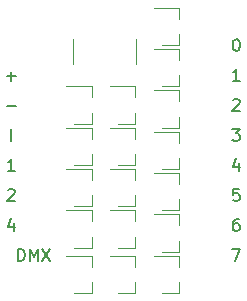
<source format=gto>
%TF.GenerationSoftware,KiCad,Pcbnew,(5.1.9)-1*%
%TF.CreationDate,2022-08-29T18:21:33+02:00*%
%TF.ProjectId,mux,6d75782e-6b69-4636-9164-5f7063625858,rev?*%
%TF.SameCoordinates,Original*%
%TF.FileFunction,Legend,Top*%
%TF.FilePolarity,Positive*%
%FSLAX46Y46*%
G04 Gerber Fmt 4.6, Leading zero omitted, Abs format (unit mm)*
G04 Created by KiCad (PCBNEW (5.1.9)-1) date 2022-08-29 18:21:33*
%MOMM*%
%LPD*%
G01*
G04 APERTURE LIST*
%ADD10C,0.150000*%
%ADD11C,0.120000*%
%ADD12O,1.700000X1.700000*%
%ADD13R,1.700000X1.700000*%
%ADD14R,0.900000X0.800000*%
%ADD15R,0.900000X0.900000*%
G04 APERTURE END LIST*
D10*
X153795476Y-58652380D02*
X153605000Y-58652380D01*
X153509761Y-58700000D01*
X153462142Y-58747619D01*
X153366904Y-58890476D01*
X153319285Y-59080952D01*
X153319285Y-59461904D01*
X153366904Y-59557142D01*
X153414523Y-59604761D01*
X153509761Y-59652380D01*
X153700238Y-59652380D01*
X153795476Y-59604761D01*
X153843095Y-59557142D01*
X153890714Y-59461904D01*
X153890714Y-59223809D01*
X153843095Y-59128571D01*
X153795476Y-59080952D01*
X153700238Y-59033333D01*
X153509761Y-59033333D01*
X153414523Y-59080952D01*
X153366904Y-59128571D01*
X153319285Y-59223809D01*
X153843095Y-56112380D02*
X153366904Y-56112380D01*
X153319285Y-56588571D01*
X153366904Y-56540952D01*
X153462142Y-56493333D01*
X153700238Y-56493333D01*
X153795476Y-56540952D01*
X153843095Y-56588571D01*
X153890714Y-56683809D01*
X153890714Y-56921904D01*
X153843095Y-57017142D01*
X153795476Y-57064761D01*
X153700238Y-57112380D01*
X153462142Y-57112380D01*
X153366904Y-57064761D01*
X153319285Y-57017142D01*
X153795476Y-53905714D02*
X153795476Y-54572380D01*
X153557380Y-53524761D02*
X153319285Y-54239047D01*
X153938333Y-54239047D01*
X153271666Y-51032380D02*
X153890714Y-51032380D01*
X153557380Y-51413333D01*
X153700238Y-51413333D01*
X153795476Y-51460952D01*
X153843095Y-51508571D01*
X153890714Y-51603809D01*
X153890714Y-51841904D01*
X153843095Y-51937142D01*
X153795476Y-51984761D01*
X153700238Y-52032380D01*
X153414523Y-52032380D01*
X153319285Y-51984761D01*
X153271666Y-51937142D01*
X153319285Y-48587619D02*
X153366904Y-48540000D01*
X153462142Y-48492380D01*
X153700238Y-48492380D01*
X153795476Y-48540000D01*
X153843095Y-48587619D01*
X153890714Y-48682857D01*
X153890714Y-48778095D01*
X153843095Y-48920952D01*
X153271666Y-49492380D01*
X153890714Y-49492380D01*
X153890714Y-46952380D02*
X153319285Y-46952380D01*
X153605000Y-46952380D02*
X153605000Y-45952380D01*
X153509761Y-46095238D01*
X153414523Y-46190476D01*
X153319285Y-46238095D01*
X153557380Y-43412380D02*
X153652619Y-43412380D01*
X153747857Y-43460000D01*
X153795476Y-43507619D01*
X153843095Y-43602857D01*
X153890714Y-43793333D01*
X153890714Y-44031428D01*
X153843095Y-44221904D01*
X153795476Y-44317142D01*
X153747857Y-44364761D01*
X153652619Y-44412380D01*
X153557380Y-44412380D01*
X153462142Y-44364761D01*
X153414523Y-44317142D01*
X153366904Y-44221904D01*
X153319285Y-44031428D01*
X153319285Y-43793333D01*
X153366904Y-43602857D01*
X153414523Y-43507619D01*
X153462142Y-43460000D01*
X153557380Y-43412380D01*
X153271666Y-61192380D02*
X153938333Y-61192380D01*
X153509761Y-62192380D01*
X134174047Y-49111428D02*
X134935952Y-49111428D01*
X134174047Y-46571428D02*
X134935952Y-46571428D01*
X134555000Y-46952380D02*
X134555000Y-46190476D01*
X134555000Y-52032380D02*
X134555000Y-51032380D01*
X134840714Y-54572380D02*
X134269285Y-54572380D01*
X134555000Y-54572380D02*
X134555000Y-53572380D01*
X134459761Y-53715238D01*
X134364523Y-53810476D01*
X134269285Y-53858095D01*
X134269285Y-56207619D02*
X134316904Y-56160000D01*
X134412142Y-56112380D01*
X134650238Y-56112380D01*
X134745476Y-56160000D01*
X134793095Y-56207619D01*
X134840714Y-56302857D01*
X134840714Y-56398095D01*
X134793095Y-56540952D01*
X134221666Y-57112380D01*
X134840714Y-57112380D01*
X134745476Y-58985714D02*
X134745476Y-59652380D01*
X134507380Y-58604761D02*
X134269285Y-59319047D01*
X134888333Y-59319047D01*
X135150476Y-62192380D02*
X135150476Y-61192380D01*
X135388571Y-61192380D01*
X135531428Y-61240000D01*
X135626666Y-61335238D01*
X135674285Y-61430476D01*
X135721904Y-61620952D01*
X135721904Y-61763809D01*
X135674285Y-61954285D01*
X135626666Y-62049523D01*
X135531428Y-62144761D01*
X135388571Y-62192380D01*
X135150476Y-62192380D01*
X136150476Y-62192380D02*
X136150476Y-61192380D01*
X136483809Y-61906666D01*
X136817142Y-61192380D01*
X136817142Y-62192380D01*
X137198095Y-61192380D02*
X137864761Y-62192380D01*
X137864761Y-61192380D02*
X137198095Y-62192380D01*
D11*
%TO.C,Q11*%
X141360000Y-64930000D02*
X141360000Y-64000000D01*
X141360000Y-61770000D02*
X141360000Y-62700000D01*
X141360000Y-61770000D02*
X139200000Y-61770000D01*
X141360000Y-64930000D02*
X139900000Y-64930000D01*
%TO.C,Q10*%
X141360000Y-57580000D02*
X141360000Y-56650000D01*
X141360000Y-54420000D02*
X141360000Y-55350000D01*
X141360000Y-54420000D02*
X139200000Y-54420000D01*
X141360000Y-57580000D02*
X139900000Y-57580000D01*
%TO.C,Q9*%
X141360000Y-50580000D02*
X141360000Y-49650000D01*
X141360000Y-47420000D02*
X141360000Y-48350000D01*
X141360000Y-47420000D02*
X139200000Y-47420000D01*
X141360000Y-50580000D02*
X139900000Y-50580000D01*
%TO.C,Q17*%
X141360000Y-61080000D02*
X141360000Y-60150000D01*
X141360000Y-57920000D02*
X141360000Y-58850000D01*
X141360000Y-57920000D02*
X139200000Y-57920000D01*
X141360000Y-61080000D02*
X139900000Y-61080000D01*
%TO.C,Q16*%
X141360000Y-54080000D02*
X141360000Y-53150000D01*
X141360000Y-50920000D02*
X141360000Y-51850000D01*
X141360000Y-50920000D02*
X139200000Y-50920000D01*
X141360000Y-54080000D02*
X139900000Y-54080000D01*
%TO.C,Q15*%
X145060000Y-61080000D02*
X145060000Y-60150000D01*
X145060000Y-57920000D02*
X145060000Y-58850000D01*
X145060000Y-57920000D02*
X142900000Y-57920000D01*
X145060000Y-61080000D02*
X143600000Y-61080000D01*
%TO.C,Q14*%
X145060000Y-57580000D02*
X145060000Y-56650000D01*
X145060000Y-54420000D02*
X145060000Y-55350000D01*
X145060000Y-54420000D02*
X142900000Y-54420000D01*
X145060000Y-57580000D02*
X143600000Y-57580000D01*
%TO.C,Q13*%
X145060000Y-54080000D02*
X145060000Y-53150000D01*
X145060000Y-50920000D02*
X145060000Y-51850000D01*
X145060000Y-50920000D02*
X142900000Y-50920000D01*
X145060000Y-54080000D02*
X143600000Y-54080000D01*
%TO.C,Q12*%
X145060000Y-50580000D02*
X145060000Y-49650000D01*
X145060000Y-47420000D02*
X145060000Y-48350000D01*
X145060000Y-47420000D02*
X142900000Y-47420000D01*
X145060000Y-50580000D02*
X143600000Y-50580000D01*
%TO.C,Q8*%
X145060000Y-64930000D02*
X145060000Y-64000000D01*
X145060000Y-61770000D02*
X145060000Y-62700000D01*
X145060000Y-61770000D02*
X142900000Y-61770000D01*
X145060000Y-64930000D02*
X143600000Y-64930000D01*
%TO.C,Q7*%
X148760000Y-64930000D02*
X148760000Y-64000000D01*
X148760000Y-61770000D02*
X148760000Y-62700000D01*
X148760000Y-61770000D02*
X146600000Y-61770000D01*
X148760000Y-64930000D02*
X147300000Y-64930000D01*
%TO.C,Q6*%
X148760000Y-61430000D02*
X148760000Y-60500000D01*
X148760000Y-58270000D02*
X148760000Y-59200000D01*
X148760000Y-58270000D02*
X146600000Y-58270000D01*
X148760000Y-61430000D02*
X147300000Y-61430000D01*
%TO.C,Q5*%
X148760000Y-57930000D02*
X148760000Y-57000000D01*
X148760000Y-54770000D02*
X148760000Y-55700000D01*
X148760000Y-54770000D02*
X146600000Y-54770000D01*
X148760000Y-57930000D02*
X147300000Y-57930000D01*
%TO.C,Q4*%
X148760000Y-54430000D02*
X148760000Y-53500000D01*
X148760000Y-51270000D02*
X148760000Y-52200000D01*
X148760000Y-51270000D02*
X146600000Y-51270000D01*
X148760000Y-54430000D02*
X147300000Y-54430000D01*
%TO.C,Q3*%
X148760000Y-50930000D02*
X148760000Y-50000000D01*
X148760000Y-47770000D02*
X148760000Y-48700000D01*
X148760000Y-47770000D02*
X146600000Y-47770000D01*
X148760000Y-50930000D02*
X147300000Y-50930000D01*
%TO.C,Q2*%
X148760000Y-47430000D02*
X148760000Y-46500000D01*
X148760000Y-44270000D02*
X148760000Y-45200000D01*
X148760000Y-44270000D02*
X146600000Y-44270000D01*
X148760000Y-47430000D02*
X147300000Y-47430000D01*
%TO.C,Q1*%
X148760000Y-43930000D02*
X148760000Y-43000000D01*
X148760000Y-40770000D02*
X148760000Y-41700000D01*
X148760000Y-40770000D02*
X146600000Y-40770000D01*
X148760000Y-43930000D02*
X147300000Y-43930000D01*
%TO.C,RN1*%
X145120000Y-43400000D02*
X145120000Y-45500000D01*
X139780000Y-43400000D02*
X139780000Y-45500000D01*
%TD*%
%LPC*%
D12*
%TO.C,J2*%
X136460000Y-59200000D03*
X136460000Y-56660000D03*
X136460000Y-54120000D03*
X136460000Y-51580000D03*
X136460000Y-49040000D03*
D13*
X136460000Y-46500000D03*
%TD*%
D12*
%TO.C,J1*%
X151700000Y-61740000D03*
X151700000Y-59200000D03*
X151700000Y-56660000D03*
X151700000Y-54120000D03*
X151700000Y-51580000D03*
X151700000Y-49040000D03*
X151700000Y-46500000D03*
D13*
X151700000Y-43960000D03*
%TD*%
D14*
%TO.C,Q11*%
X141600000Y-63350000D03*
X139600000Y-64300000D03*
X139600000Y-62400000D03*
%TD*%
%TO.C,Q10*%
X141600000Y-56000000D03*
X139600000Y-56950000D03*
X139600000Y-55050000D03*
%TD*%
%TO.C,Q9*%
X141600000Y-49000000D03*
X139600000Y-49950000D03*
X139600000Y-48050000D03*
%TD*%
%TO.C,Q17*%
X141600000Y-59500000D03*
X139600000Y-60450000D03*
X139600000Y-58550000D03*
%TD*%
%TO.C,Q16*%
X141600000Y-52500000D03*
X139600000Y-53450000D03*
X139600000Y-51550000D03*
%TD*%
%TO.C,Q15*%
X145300000Y-59500000D03*
X143300000Y-60450000D03*
X143300000Y-58550000D03*
%TD*%
%TO.C,Q14*%
X145300000Y-56000000D03*
X143300000Y-56950000D03*
X143300000Y-55050000D03*
%TD*%
%TO.C,Q13*%
X145300000Y-52500000D03*
X143300000Y-53450000D03*
X143300000Y-51550000D03*
%TD*%
%TO.C,Q12*%
X145300000Y-49000000D03*
X143300000Y-49950000D03*
X143300000Y-48050000D03*
%TD*%
%TO.C,Q8*%
X145300000Y-63350000D03*
X143300000Y-64300000D03*
X143300000Y-62400000D03*
%TD*%
%TO.C,Q7*%
X149000000Y-63350000D03*
X147000000Y-64300000D03*
X147000000Y-62400000D03*
%TD*%
%TO.C,Q6*%
X149000000Y-59850000D03*
X147000000Y-60800000D03*
X147000000Y-58900000D03*
%TD*%
%TO.C,Q5*%
X149000000Y-56350000D03*
X147000000Y-57300000D03*
X147000000Y-55400000D03*
%TD*%
%TO.C,Q4*%
X149000000Y-52850000D03*
X147000000Y-53800000D03*
X147000000Y-51900000D03*
%TD*%
%TO.C,Q3*%
X149000000Y-49350000D03*
X147000000Y-50300000D03*
X147000000Y-48400000D03*
%TD*%
%TO.C,Q2*%
X149000000Y-45850000D03*
X147000000Y-46800000D03*
X147000000Y-44900000D03*
%TD*%
%TO.C,Q1*%
X149000000Y-42350000D03*
X147000000Y-43300000D03*
X147000000Y-41400000D03*
%TD*%
D15*
%TO.C,RN1*%
X143110000Y-42950000D03*
X144450000Y-42950000D03*
X140450000Y-42950000D03*
X141790000Y-42950000D03*
X143110000Y-45950000D03*
X141790000Y-45950000D03*
X144450000Y-45950000D03*
X140450000Y-45950000D03*
%TD*%
M02*

</source>
